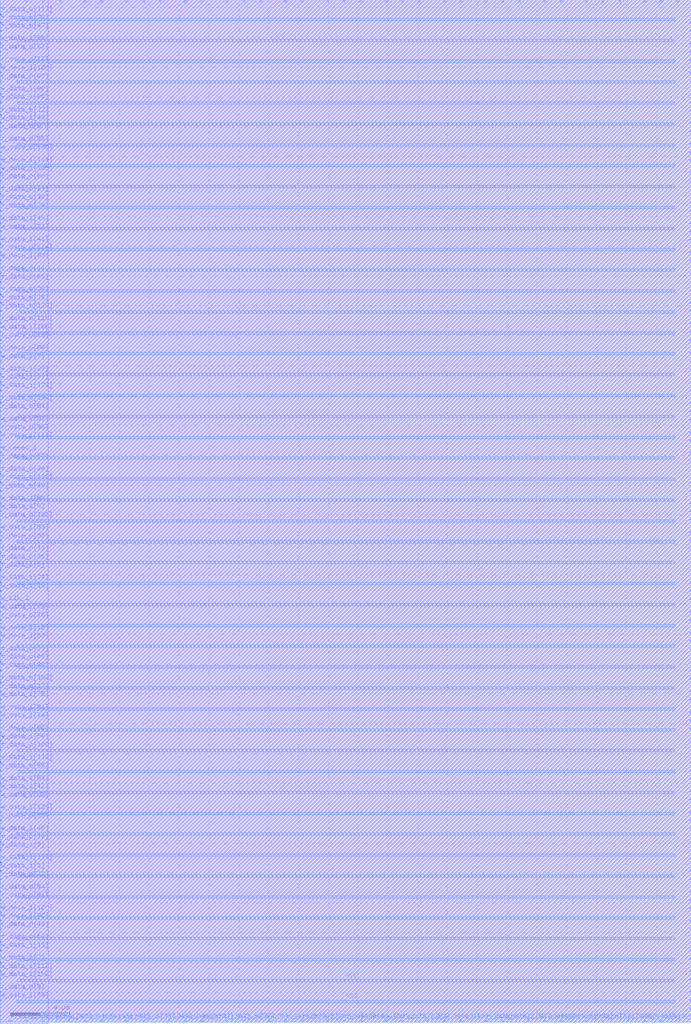
<source format=lef>
VERSION 5.8 ;
BUSBITCHARS "[]" ;
DIVIDERCHAR "/" ;
UNITS
    DATABASE MICRONS 2000 ;
END UNITS

MACRO bsg_mem_p131
  FOREIGN bsg_mem_p131 0 0 ;
  CLASS BLOCK ;
  SIZE 46.34 BY 68.51 ;
  PIN VSS
    USE GROUND ;
    DIRECTION INOUT ;
    PORT
      LAYER metal4 ;
        RECT  1.14 65.715 45.22 65.885 ;
        RECT  1.14 62.915 45.22 63.085 ;
        RECT  1.14 60.115 45.22 60.285 ;
        RECT  1.14 57.315 45.22 57.485 ;
        RECT  1.14 54.515 45.22 54.685 ;
        RECT  1.14 51.715 45.22 51.885 ;
        RECT  1.14 48.915 45.22 49.085 ;
        RECT  1.14 46.115 45.22 46.285 ;
        RECT  1.14 43.315 45.22 43.485 ;
        RECT  1.14 40.515 45.22 40.685 ;
        RECT  1.14 37.715 45.22 37.885 ;
        RECT  1.14 34.915 45.22 35.085 ;
        RECT  1.14 32.115 45.22 32.285 ;
        RECT  1.14 29.315 45.22 29.485 ;
        RECT  1.14 26.515 45.22 26.685 ;
        RECT  1.14 23.715 45.22 23.885 ;
        RECT  1.14 20.915 45.22 21.085 ;
        RECT  1.14 18.115 45.22 18.285 ;
        RECT  1.14 15.315 45.22 15.485 ;
        RECT  1.14 12.515 45.22 12.685 ;
        RECT  1.14 9.715 45.22 9.885 ;
        RECT  1.14 6.915 45.22 7.085 ;
        RECT  1.14 4.115 45.22 4.285 ;
        RECT  1.14 1.315 45.22 1.485 ;
    END
  END VSS
  PIN VDD
    USE POWER ;
    DIRECTION INOUT ;
    PORT
      LAYER metal4 ;
        RECT  1.14 67.115 45.22 67.285 ;
        RECT  1.14 64.315 45.22 64.485 ;
        RECT  1.14 61.515 45.22 61.685 ;
        RECT  1.14 58.715 45.22 58.885 ;
        RECT  1.14 55.915 45.22 56.085 ;
        RECT  1.14 53.115 45.22 53.285 ;
        RECT  1.14 50.315 45.22 50.485 ;
        RECT  1.14 47.515 45.22 47.685 ;
        RECT  1.14 44.715 45.22 44.885 ;
        RECT  1.14 41.915 45.22 42.085 ;
        RECT  1.14 39.115 45.22 39.285 ;
        RECT  1.14 36.315 45.22 36.485 ;
        RECT  1.14 33.515 45.22 33.685 ;
        RECT  1.14 30.715 45.22 30.885 ;
        RECT  1.14 27.915 45.22 28.085 ;
        RECT  1.14 25.115 45.22 25.285 ;
        RECT  1.14 22.315 45.22 22.485 ;
        RECT  1.14 19.515 45.22 19.685 ;
        RECT  1.14 16.715 45.22 16.885 ;
        RECT  1.14 13.915 45.22 14.085 ;
        RECT  1.14 11.115 45.22 11.285 ;
        RECT  1.14 8.315 45.22 8.485 ;
        RECT  1.14 5.515 45.22 5.685 ;
        RECT  1.14 2.715 45.22 2.885 ;
    END
  END VDD
  PIN r_addr_i
    DIRECTION INPUT ;
    USE SIGNAL ;
    PORT
      LAYER metal4 ;
        RECT  21.865 68.37 22.005 68.51 ;
    END
  END r_addr_i
  PIN r_data_o[0]
    DIRECTION OUTPUT ;
    USE SIGNAL ;
    PORT
      LAYER metal3 ;
        RECT  46.27 66.395 46.34 66.465 ;
    END
  END r_data_o[0]
  PIN r_data_o[100]
    DIRECTION OUTPUT ;
    USE SIGNAL ;
    PORT
      LAYER metal3 ;
        RECT  0 18.235 0.07 18.305 ;
    END
  END r_data_o[100]
  PIN r_data_o[101]
    DIRECTION OUTPUT ;
    USE SIGNAL ;
    PORT
      LAYER metal3 ;
        RECT  46.27 49.035 46.34 49.105 ;
    END
  END r_data_o[101]
  PIN r_data_o[102]
    DIRECTION OUTPUT ;
    USE SIGNAL ;
    PORT
      LAYER metal3 ;
        RECT  0 33.635 0.07 33.705 ;
    END
  END r_data_o[102]
  PIN r_data_o[103]
    DIRECTION OUTPUT ;
    USE SIGNAL ;
    PORT
      LAYER metal3 ;
        RECT  46.27 12.915 46.34 12.985 ;
    END
  END r_data_o[103]
  PIN r_data_o[104]
    DIRECTION OUTPUT ;
    USE SIGNAL ;
    PORT
      LAYER metal4 ;
        RECT  22.985 0 23.125 0.14 ;
    END
  END r_data_o[104]
  PIN r_data_o[105]
    DIRECTION OUTPUT ;
    USE SIGNAL ;
    PORT
      LAYER metal4 ;
        RECT  20.185 0 20.325 0.14 ;
    END
  END r_data_o[105]
  PIN r_data_o[106]
    DIRECTION OUTPUT ;
    USE SIGNAL ;
    PORT
      LAYER metal3 ;
        RECT  46.27 31.675 46.34 31.745 ;
    END
  END r_data_o[106]
  PIN r_data_o[107]
    DIRECTION OUTPUT ;
    USE SIGNAL ;
    PORT
      LAYER metal4 ;
        RECT  28.025 68.37 28.165 68.51 ;
    END
  END r_data_o[107]
  PIN r_data_o[108]
    DIRECTION OUTPUT ;
    USE SIGNAL ;
    PORT
      LAYER metal3 ;
        RECT  0 22.715 0.07 22.785 ;
    END
  END r_data_o[108]
  PIN r_data_o[109]
    DIRECTION OUTPUT ;
    USE SIGNAL ;
    PORT
      LAYER metal3 ;
        RECT  0 41.475 0.07 41.545 ;
    END
  END r_data_o[109]
  PIN r_data_o[10]
    DIRECTION OUTPUT ;
    USE SIGNAL ;
    PORT
      LAYER metal3 ;
        RECT  46.27 63.035 46.34 63.105 ;
    END
  END r_data_o[10]
  PIN r_data_o[110]
    DIRECTION OUTPUT ;
    USE SIGNAL ;
    PORT
      LAYER metal3 ;
        RECT  0 46.795 0.07 46.865 ;
    END
  END r_data_o[110]
  PIN r_data_o[111]
    DIRECTION OUTPUT ;
    USE SIGNAL ;
    PORT
      LAYER metal3 ;
        RECT  46.27 42.315 46.34 42.385 ;
    END
  END r_data_o[111]
  PIN r_data_o[112]
    DIRECTION OUTPUT ;
    USE SIGNAL ;
    PORT
      LAYER metal3 ;
        RECT  46.27 38.955 46.34 39.025 ;
    END
  END r_data_o[112]
  PIN r_data_o[113]
    DIRECTION OUTPUT ;
    USE SIGNAL ;
    PORT
      LAYER metal3 ;
        RECT  46.27 60.235 46.34 60.305 ;
    END
  END r_data_o[113]
  PIN r_data_o[114]
    DIRECTION OUTPUT ;
    USE SIGNAL ;
    PORT
      LAYER metal3 ;
        RECT  0 51.555 0.07 51.625 ;
    END
  END r_data_o[114]
  PIN r_data_o[115]
    DIRECTION OUTPUT ;
    USE SIGNAL ;
    PORT
      LAYER metal3 ;
        RECT  0 36.155 0.07 36.225 ;
    END
  END r_data_o[115]
  PIN r_data_o[116]
    DIRECTION OUTPUT ;
    USE SIGNAL ;
    PORT
      LAYER metal3 ;
        RECT  46.27 29.435 46.34 29.505 ;
    END
  END r_data_o[116]
  PIN r_data_o[117]
    DIRECTION OUTPUT ;
    USE SIGNAL ;
    PORT
      LAYER metal3 ;
        RECT  0 67.515 0.07 67.585 ;
    END
  END r_data_o[117]
  PIN r_data_o[118]
    DIRECTION OUTPUT ;
    USE SIGNAL ;
    PORT
      LAYER metal3 ;
        RECT  46.27 22.995 46.34 23.065 ;
    END
  END r_data_o[118]
  PIN r_data_o[119]
    DIRECTION OUTPUT ;
    USE SIGNAL ;
    PORT
      LAYER metal4 ;
        RECT  34.745 68.37 34.885 68.51 ;
    END
  END r_data_o[119]
  PIN r_data_o[11]
    DIRECTION OUTPUT ;
    USE SIGNAL ;
    PORT
      LAYER metal3 ;
        RECT  0 31.395 0.07 31.465 ;
    END
  END r_data_o[11]
  PIN r_data_o[120]
    DIRECTION OUTPUT ;
    USE SIGNAL ;
    PORT
      LAYER metal3 ;
        RECT  46.27 16.835 46.34 16.905 ;
    END
  END r_data_o[120]
  PIN r_data_o[121]
    DIRECTION OUTPUT ;
    USE SIGNAL ;
    PORT
      LAYER metal4 ;
        RECT  30.825 0 30.965 0.14 ;
    END
  END r_data_o[121]
  PIN r_data_o[122]
    DIRECTION OUTPUT ;
    USE SIGNAL ;
    PORT
      LAYER metal3 ;
        RECT  46.27 10.955 46.34 11.025 ;
    END
  END r_data_o[122]
  PIN r_data_o[123]
    DIRECTION OUTPUT ;
    USE SIGNAL ;
    PORT
      LAYER metal3 ;
        RECT  46.27 14.875 46.34 14.945 ;
    END
  END r_data_o[123]
  PIN r_data_o[124]
    DIRECTION OUTPUT ;
    USE SIGNAL ;
    PORT
      LAYER metal3 ;
        RECT  46.27 46.235 46.34 46.305 ;
    END
  END r_data_o[124]
  PIN r_data_o[125]
    DIRECTION OUTPUT ;
    USE SIGNAL ;
    PORT
      LAYER metal3 ;
        RECT  46.27 61.075 46.34 61.145 ;
    END
  END r_data_o[125]
  PIN r_data_o[126]
    DIRECTION OUTPUT ;
    USE SIGNAL ;
    PORT
      LAYER metal4 ;
        RECT  36.425 0 36.565 0.14 ;
    END
  END r_data_o[126]
  PIN r_data_o[127]
    DIRECTION OUTPUT ;
    USE SIGNAL ;
    PORT
      LAYER metal3 ;
        RECT  46.27 19.635 46.34 19.705 ;
    END
  END r_data_o[127]
  PIN r_data_o[128]
    DIRECTION OUTPUT ;
    USE SIGNAL ;
    PORT
      LAYER metal3 ;
        RECT  0 47.635 0.07 47.705 ;
    END
  END r_data_o[128]
  PIN r_data_o[129]
    DIRECTION OUTPUT ;
    USE SIGNAL ;
    PORT
      LAYER metal3 ;
        RECT  46.27 45.675 46.34 45.745 ;
    END
  END r_data_o[129]
  PIN r_data_o[12]
    DIRECTION OUTPUT ;
    USE SIGNAL ;
    PORT
      LAYER metal3 ;
        RECT  46.27 8.155 46.34 8.225 ;
    END
  END r_data_o[12]
  PIN r_data_o[130]
    DIRECTION OUTPUT ;
    USE SIGNAL ;
    PORT
      LAYER metal4 ;
        RECT  37.545 0 37.685 0.14 ;
    END
  END r_data_o[130]
  PIN r_data_o[13]
    DIRECTION OUTPUT ;
    USE SIGNAL ;
    PORT
      LAYER metal4 ;
        RECT  21.865 0 22.005 0.14 ;
    END
  END r_data_o[13]
  PIN r_data_o[14]
    DIRECTION OUTPUT ;
    USE SIGNAL ;
    PORT
      LAYER metal3 ;
        RECT  46.27 5.355 46.34 5.425 ;
    END
  END r_data_o[14]
  PIN r_data_o[15]
    DIRECTION OUTPUT ;
    USE SIGNAL ;
    PORT
      LAYER metal4 ;
        RECT  5.625 0 5.765 0.14 ;
    END
  END r_data_o[15]
  PIN r_data_o[16]
    DIRECTION OUTPUT ;
    USE SIGNAL ;
    PORT
      LAYER metal3 ;
        RECT  46.27 55.755 46.34 55.825 ;
    END
  END r_data_o[16]
  PIN r_data_o[17]
    DIRECTION OUTPUT ;
    USE SIGNAL ;
    PORT
      LAYER metal3 ;
        RECT  0 22.155 0.07 22.225 ;
    END
  END r_data_o[17]
  PIN r_data_o[18]
    DIRECTION OUTPUT ;
    USE SIGNAL ;
    PORT
      LAYER metal4 ;
        RECT  44.265 0 44.405 0.14 ;
    END
  END r_data_o[18]
  PIN r_data_o[19]
    DIRECTION OUTPUT ;
    USE SIGNAL ;
    PORT
      LAYER metal4 ;
        RECT  35.305 0 35.445 0.14 ;
    END
  END r_data_o[19]
  PIN r_data_o[1]
    DIRECTION OUTPUT ;
    USE SIGNAL ;
    PORT
      LAYER metal4 ;
        RECT  41.465 68.37 41.605 68.51 ;
    END
  END r_data_o[1]
  PIN r_data_o[20]
    DIRECTION OUTPUT ;
    USE SIGNAL ;
    PORT
      LAYER metal3 ;
        RECT  0 48.755 0.07 48.825 ;
    END
  END r_data_o[20]
  PIN r_data_o[21]
    DIRECTION OUTPUT ;
    USE SIGNAL ;
    PORT
      LAYER metal3 ;
        RECT  0 55.475 0.07 55.545 ;
    END
  END r_data_o[21]
  PIN r_data_o[22]
    DIRECTION OUTPUT ;
    USE SIGNAL ;
    PORT
      LAYER metal3 ;
        RECT  0 60.795 0.07 60.865 ;
    END
  END r_data_o[22]
  PIN r_data_o[23]
    DIRECTION OUTPUT ;
    USE SIGNAL ;
    PORT
      LAYER metal3 ;
        RECT  46.27 23.555 46.34 23.625 ;
    END
  END r_data_o[23]
  PIN r_data_o[24]
    DIRECTION OUTPUT ;
    USE SIGNAL ;
    PORT
      LAYER metal3 ;
        RECT  0 36.715 0.07 36.785 ;
    END
  END r_data_o[24]
  PIN r_data_o[25]
    DIRECTION OUTPUT ;
    USE SIGNAL ;
    PORT
      LAYER metal3 ;
        RECT  46.27 28.875 46.34 28.945 ;
    END
  END r_data_o[25]
  PIN r_data_o[26]
    DIRECTION OUTPUT ;
    USE SIGNAL ;
    PORT
      LAYER metal3 ;
        RECT  0 48.195 0.07 48.265 ;
    END
  END r_data_o[26]
  PIN r_data_o[27]
    DIRECTION OUTPUT ;
    USE SIGNAL ;
    PORT
      LAYER metal4 ;
        RECT  15.145 0 15.285 0.14 ;
    END
  END r_data_o[27]
  PIN r_data_o[28]
    DIRECTION OUTPUT ;
    USE SIGNAL ;
    PORT
      LAYER metal3 ;
        RECT  46.27 36.155 46.34 36.225 ;
    END
  END r_data_o[28]
  PIN r_data_o[29]
    DIRECTION OUTPUT ;
    USE SIGNAL ;
    PORT
      LAYER metal3 ;
        RECT  46.27 52.395 46.34 52.465 ;
    END
  END r_data_o[29]
  PIN r_data_o[2]
    DIRECTION OUTPUT ;
    USE SIGNAL ;
    PORT
      LAYER metal4 ;
        RECT  39.225 0 39.365 0.14 ;
    END
  END r_data_o[2]
  PIN r_data_o[30]
    DIRECTION OUTPUT ;
    USE SIGNAL ;
    PORT
      LAYER metal3 ;
        RECT  0 54.915 0.07 54.985 ;
    END
  END r_data_o[30]
  PIN r_data_o[31]
    DIRECTION OUTPUT ;
    USE SIGNAL ;
    PORT
      LAYER metal4 ;
        RECT  6.745 68.37 6.885 68.51 ;
    END
  END r_data_o[31]
  PIN r_data_o[32]
    DIRECTION OUTPUT ;
    USE SIGNAL ;
    PORT
      LAYER metal3 ;
        RECT  0 9.555 0.07 9.625 ;
    END
  END r_data_o[32]
  PIN r_data_o[33]
    DIRECTION OUTPUT ;
    USE SIGNAL ;
    PORT
      LAYER metal3 ;
        RECT  0 13.475 0.07 13.545 ;
    END
  END r_data_o[33]
  PIN r_data_o[34]
    DIRECTION OUTPUT ;
    USE SIGNAL ;
    PORT
      LAYER metal3 ;
        RECT  0 54.355 0.07 54.425 ;
    END
  END r_data_o[34]
  PIN r_data_o[35]
    DIRECTION OUTPUT ;
    USE SIGNAL ;
    PORT
      LAYER metal3 ;
        RECT  0 30.835 0.07 30.905 ;
    END
  END r_data_o[35]
  PIN r_data_o[36]
    DIRECTION OUTPUT ;
    USE SIGNAL ;
    PORT
      LAYER metal4 ;
        RECT  12.345 68.37 12.485 68.51 ;
    END
  END r_data_o[36]
  PIN r_data_o[37]
    DIRECTION OUTPUT ;
    USE SIGNAL ;
    PORT
      LAYER metal3 ;
        RECT  0 64.995 0.07 65.065 ;
    END
  END r_data_o[37]
  PIN r_data_o[38]
    DIRECTION OUTPUT ;
    USE SIGNAL ;
    PORT
      LAYER metal4 ;
        RECT  9.545 68.37 9.685 68.51 ;
    END
  END r_data_o[38]
  PIN r_data_o[39]
    DIRECTION OUTPUT ;
    USE SIGNAL ;
    PORT
      LAYER metal4 ;
        RECT  20.185 68.37 20.325 68.51 ;
    END
  END r_data_o[39]
  PIN r_data_o[3]
    DIRECTION OUTPUT ;
    USE SIGNAL ;
    PORT
      LAYER metal4 ;
        RECT  13.465 68.37 13.605 68.51 ;
    END
  END r_data_o[3]
  PIN r_data_o[40]
    DIRECTION OUTPUT ;
    USE SIGNAL ;
    PORT
      LAYER metal3 ;
        RECT  46.27 18.235 46.34 18.305 ;
    END
  END r_data_o[40]
  PIN r_data_o[41]
    DIRECTION OUTPUT ;
    USE SIGNAL ;
    PORT
      LAYER metal3 ;
        RECT  46.27 64.995 46.34 65.065 ;
    END
  END r_data_o[41]
  PIN r_data_o[42]
    DIRECTION OUTPUT ;
    USE SIGNAL ;
    PORT
      LAYER metal3 ;
        RECT  0 6.195 0.07 6.265 ;
    END
  END r_data_o[42]
  PIN r_data_o[43]
    DIRECTION OUTPUT ;
    USE SIGNAL ;
    PORT
      LAYER metal4 ;
        RECT  9.545 0 9.685 0.14 ;
    END
  END r_data_o[43]
  PIN r_data_o[44]
    DIRECTION OUTPUT ;
    USE SIGNAL ;
    PORT
      LAYER metal3 ;
        RECT  46.27 26.915 46.34 26.985 ;
    END
  END r_data_o[44]
  PIN r_data_o[45]
    DIRECTION OUTPUT ;
    USE SIGNAL ;
    PORT
      LAYER metal3 ;
        RECT  0 24.115 0.07 24.185 ;
    END
  END r_data_o[45]
  PIN r_data_o[46]
    DIRECTION OUTPUT ;
    USE SIGNAL ;
    PORT
      LAYER metal3 ;
        RECT  46.27 53.515 46.34 53.585 ;
    END
  END r_data_o[46]
  PIN r_data_o[47]
    DIRECTION OUTPUT ;
    USE SIGNAL ;
    PORT
      LAYER metal3 ;
        RECT  0 66.395 0.07 66.465 ;
    END
  END r_data_o[47]
  PIN r_data_o[48]
    DIRECTION OUTPUT ;
    USE SIGNAL ;
    PORT
      LAYER metal3 ;
        RECT  46.27 13.475 46.34 13.545 ;
    END
  END r_data_o[48]
  PIN r_data_o[49]
    DIRECTION OUTPUT ;
    USE SIGNAL ;
    PORT
      LAYER metal3 ;
        RECT  0 35.595 0.07 35.665 ;
    END
  END r_data_o[49]
  PIN r_data_o[4]
    DIRECTION OUTPUT ;
    USE SIGNAL ;
    PORT
      LAYER metal3 ;
        RECT  0 50.155 0.07 50.225 ;
    END
  END r_data_o[4]
  PIN r_data_o[50]
    DIRECTION OUTPUT ;
    USE SIGNAL ;
    PORT
      LAYER metal3 ;
        RECT  46.27 3.395 46.34 3.465 ;
    END
  END r_data_o[50]
  PIN r_data_o[51]
    DIRECTION OUTPUT ;
    USE SIGNAL ;
    PORT
      LAYER metal4 ;
        RECT  26.905 0 27.045 0.14 ;
    END
  END r_data_o[51]
  PIN r_data_o[52]
    DIRECTION OUTPUT ;
    USE SIGNAL ;
    PORT
      LAYER metal3 ;
        RECT  46.27 34.755 46.34 34.825 ;
    END
  END r_data_o[52]
  PIN r_data_o[53]
    DIRECTION OUTPUT ;
    USE SIGNAL ;
    PORT
      LAYER metal4 ;
        RECT  44.265 68.37 44.405 68.51 ;
    END
  END r_data_o[53]
  PIN r_data_o[54]
    DIRECTION OUTPUT ;
    USE SIGNAL ;
    PORT
      LAYER metal3 ;
        RECT  0 40.915 0.07 40.985 ;
    END
  END r_data_o[54]
  PIN r_data_o[55]
    DIRECTION OUTPUT ;
    USE SIGNAL ;
    PORT
      LAYER metal3 ;
        RECT  0 16.835 0.07 16.905 ;
    END
  END r_data_o[55]
  PIN r_data_o[56]
    DIRECTION OUTPUT ;
    USE SIGNAL ;
    PORT
      LAYER metal3 ;
        RECT  46.27 20.195 46.34 20.265 ;
    END
  END r_data_o[56]
  PIN r_data_o[57]
    DIRECTION OUTPUT ;
    USE SIGNAL ;
    PORT
      LAYER metal3 ;
        RECT  0 37.555 0.07 37.625 ;
    END
  END r_data_o[57]
  PIN r_data_o[58]
    DIRECTION OUTPUT ;
    USE SIGNAL ;
    PORT
      LAYER metal3 ;
        RECT  46.27 18.795 46.34 18.865 ;
    END
  END r_data_o[58]
  PIN r_data_o[59]
    DIRECTION OUTPUT ;
    USE SIGNAL ;
    PORT
      LAYER metal3 ;
        RECT  46.27 56.875 46.34 56.945 ;
    END
  END r_data_o[59]
  PIN r_data_o[5]
    DIRECTION OUTPUT ;
    USE SIGNAL ;
    PORT
      LAYER metal3 ;
        RECT  0 30.275 0.07 30.345 ;
    END
  END r_data_o[5]
  PIN r_data_o[60]
    DIRECTION OUTPUT ;
    USE SIGNAL ;
    PORT
      LAYER metal3 ;
        RECT  46.27 46.795 46.34 46.865 ;
    END
  END r_data_o[60]
  PIN r_data_o[61]
    DIRECTION OUTPUT ;
    USE SIGNAL ;
    PORT
      LAYER metal3 ;
        RECT  46.27 6.195 46.34 6.265 ;
    END
  END r_data_o[61]
  PIN r_data_o[62]
    DIRECTION OUTPUT ;
    USE SIGNAL ;
    PORT
      LAYER metal3 ;
        RECT  0 5.355 0.07 5.425 ;
    END
  END r_data_o[62]
  PIN r_data_o[63]
    DIRECTION OUTPUT ;
    USE SIGNAL ;
    PORT
      LAYER metal3 ;
        RECT  0 32.235 0.07 32.305 ;
    END
  END r_data_o[63]
  PIN r_data_o[64]
    DIRECTION OUTPUT ;
    USE SIGNAL ;
    PORT
      LAYER metal4 ;
        RECT  26.905 68.37 27.045 68.51 ;
    END
  END r_data_o[64]
  PIN r_data_o[65]
    DIRECTION OUTPUT ;
    USE SIGNAL ;
    PORT
      LAYER metal3 ;
        RECT  0 49.595 0.07 49.665 ;
    END
  END r_data_o[65]
  PIN r_data_o[66]
    DIRECTION OUTPUT ;
    USE SIGNAL ;
    PORT
      LAYER metal3 ;
        RECT  46.27 15.435 46.34 15.505 ;
    END
  END r_data_o[66]
  PIN r_data_o[67]
    DIRECTION OUTPUT ;
    USE SIGNAL ;
    PORT
      LAYER metal3 ;
        RECT  0 59.675 0.07 59.745 ;
    END
  END r_data_o[67]
  PIN r_data_o[68]
    DIRECTION OUTPUT ;
    USE SIGNAL ;
    PORT
      LAYER metal4 ;
        RECT  1.705 68.37 1.845 68.51 ;
    END
  END r_data_o[68]
  PIN r_data_o[69]
    DIRECTION OUTPUT ;
    USE SIGNAL ;
    PORT
      LAYER metal3 ;
        RECT  46.27 50.155 46.34 50.225 ;
    END
  END r_data_o[69]
  PIN r_data_o[6]
    DIRECTION OUTPUT ;
    USE SIGNAL ;
    PORT
      LAYER metal3 ;
        RECT  46.27 48.195 46.34 48.265 ;
    END
  END r_data_o[6]
  PIN r_data_o[70]
    DIRECTION OUTPUT ;
    USE SIGNAL ;
    PORT
      LAYER metal3 ;
        RECT  0 66.955 0.07 67.025 ;
    END
  END r_data_o[70]
  PIN r_data_o[71]
    DIRECTION OUTPUT ;
    USE SIGNAL ;
    PORT
      LAYER metal4 ;
        RECT  2.825 68.37 2.965 68.51 ;
    END
  END r_data_o[71]
  PIN r_data_o[72]
    DIRECTION OUTPUT ;
    USE SIGNAL ;
    PORT
      LAYER metal3 ;
        RECT  0 12.075 0.07 12.145 ;
    END
  END r_data_o[72]
  PIN r_data_o[73]
    DIRECTION OUTPUT ;
    USE SIGNAL ;
    PORT
      LAYER metal3 ;
        RECT  0 45.675 0.07 45.745 ;
    END
  END r_data_o[73]
  PIN r_data_o[74]
    DIRECTION OUTPUT ;
    USE SIGNAL ;
    PORT
      LAYER metal3 ;
        RECT  46.27 0.875 46.34 0.945 ;
    END
  END r_data_o[74]
  PIN r_data_o[75]
    DIRECTION OUTPUT ;
    USE SIGNAL ;
    PORT
      LAYER metal3 ;
        RECT  46.27 9.555 46.34 9.625 ;
    END
  END r_data_o[75]
  PIN r_data_o[76]
    DIRECTION OUTPUT ;
    USE SIGNAL ;
    PORT
      LAYER metal3 ;
        RECT  0 26.915 0.07 26.985 ;
    END
  END r_data_o[76]
  PIN r_data_o[77]
    DIRECTION OUTPUT ;
    USE SIGNAL ;
    PORT
      LAYER metal3 ;
        RECT  0 64.155 0.07 64.225 ;
    END
  END r_data_o[77]
  PIN r_data_o[78]
    DIRECTION OUTPUT ;
    USE SIGNAL ;
    PORT
      LAYER metal3 ;
        RECT  46.27 40.355 46.34 40.425 ;
    END
  END r_data_o[78]
  PIN r_data_o[79]
    DIRECTION OUTPUT ;
    USE SIGNAL ;
    PORT
      LAYER metal3 ;
        RECT  46.27 58.835 46.34 58.905 ;
    END
  END r_data_o[79]
  PIN r_data_o[7]
    DIRECTION OUTPUT ;
    USE SIGNAL ;
    PORT
      LAYER metal4 ;
        RECT  16.265 0 16.405 0.14 ;
    END
  END r_data_o[7]
  PIN r_data_o[80]
    DIRECTION OUTPUT ;
    USE SIGNAL ;
    PORT
      LAYER metal3 ;
        RECT  46.27 26.075 46.34 26.145 ;
    END
  END r_data_o[80]
  PIN r_data_o[81]
    DIRECTION OUTPUT ;
    USE SIGNAL ;
    PORT
      LAYER metal3 ;
        RECT  0 8.155 0.07 8.225 ;
    END
  END r_data_o[81]
  PIN r_data_o[82]
    DIRECTION OUTPUT ;
    USE SIGNAL ;
    PORT
      LAYER metal3 ;
        RECT  46.27 47.635 46.34 47.705 ;
    END
  END r_data_o[82]
  PIN r_data_o[83]
    DIRECTION OUTPUT ;
    USE SIGNAL ;
    PORT
      LAYER metal4 ;
        RECT  11.225 0 11.365 0.14 ;
    END
  END r_data_o[83]
  PIN r_data_o[84]
    DIRECTION OUTPUT ;
    USE SIGNAL ;
    PORT
      LAYER metal3 ;
        RECT  46.27 24.115 46.34 24.185 ;
    END
  END r_data_o[84]
  PIN r_data_o[85]
    DIRECTION OUTPUT ;
    USE SIGNAL ;
    PORT
      LAYER metal3 ;
        RECT  46.27 37.555 46.34 37.625 ;
    END
  END r_data_o[85]
  PIN r_data_o[86]
    DIRECTION OUTPUT ;
    USE SIGNAL ;
    PORT
      LAYER metal3 ;
        RECT  0 56.315 0.07 56.385 ;
    END
  END r_data_o[86]
  PIN r_data_o[87]
    DIRECTION OUTPUT ;
    USE SIGNAL ;
    PORT
      LAYER metal3 ;
        RECT  46.27 35.595 46.34 35.665 ;
    END
  END r_data_o[87]
  PIN r_data_o[88]
    DIRECTION OUTPUT ;
    USE SIGNAL ;
    PORT
      LAYER metal3 ;
        RECT  0 23.555 0.07 23.625 ;
    END
  END r_data_o[88]
  PIN r_data_o[89]
    DIRECTION OUTPUT ;
    USE SIGNAL ;
    PORT
      LAYER metal4 ;
        RECT  40.345 68.37 40.485 68.51 ;
    END
  END r_data_o[89]
  PIN r_data_o[8]
    DIRECTION OUTPUT ;
    USE SIGNAL ;
    PORT
      LAYER metal4 ;
        RECT  32.505 0 32.645 0.14 ;
    END
  END r_data_o[8]
  PIN r_data_o[90]
    DIRECTION OUTPUT ;
    USE SIGNAL ;
    PORT
      LAYER metal3 ;
        RECT  46.27 44.275 46.34 44.345 ;
    END
  END r_data_o[90]
  PIN r_data_o[91]
    DIRECTION OUTPUT ;
    USE SIGNAL ;
    PORT
      LAYER metal3 ;
        RECT  0 24.675 0.07 24.745 ;
    END
  END r_data_o[91]
  PIN r_data_o[92]
    DIRECTION OUTPUT ;
    USE SIGNAL ;
    PORT
      LAYER metal3 ;
        RECT  0 19.355 0.07 19.425 ;
    END
  END r_data_o[92]
  PIN r_data_o[93]
    DIRECTION OUTPUT ;
    USE SIGNAL ;
    PORT
      LAYER metal3 ;
        RECT  46.27 1.995 46.34 2.065 ;
    END
  END r_data_o[93]
  PIN r_data_o[94]
    DIRECTION OUTPUT ;
    USE SIGNAL ;
    PORT
      LAYER metal3 ;
        RECT  0 8.715 0.07 8.785 ;
    END
  END r_data_o[94]
  PIN r_data_o[95]
    DIRECTION OUTPUT ;
    USE SIGNAL ;
    PORT
      LAYER metal4 ;
        RECT  36.425 68.37 36.565 68.51 ;
    END
  END r_data_o[95]
  PIN r_data_o[96]
    DIRECTION OUTPUT ;
    USE SIGNAL ;
    PORT
      LAYER metal3 ;
        RECT  0 39.515 0.07 39.585 ;
    END
  END r_data_o[96]
  PIN r_data_o[97]
    DIRECTION OUTPUT ;
    USE SIGNAL ;
    PORT
      LAYER metal3 ;
        RECT  0 63.035 0.07 63.105 ;
    END
  END r_data_o[97]
  PIN r_data_o[98]
    DIRECTION OUTPUT ;
    USE SIGNAL ;
    PORT
      LAYER metal3 ;
        RECT  0 58.835 0.07 58.905 ;
    END
  END r_data_o[98]
  PIN r_data_o[99]
    DIRECTION OUTPUT ;
    USE SIGNAL ;
    PORT
      LAYER metal3 ;
        RECT  0 44.835 0.07 44.905 ;
    END
  END r_data_o[99]
  PIN r_data_o[9]
    DIRECTION OUTPUT ;
    USE SIGNAL ;
    PORT
      LAYER metal3 ;
        RECT  0 1.995 0.07 2.065 ;
    END
  END r_data_o[9]
  PIN r_v_i
    DIRECTION INPUT ;
    USE SIGNAL ;
    PORT
      LAYER metal4 ;
        RECT  28.585 0 28.725 0.14 ;
    END
  END r_v_i
  PIN w_addr_i
    DIRECTION INPUT ;
    USE SIGNAL ;
    PORT
      LAYER metal3 ;
        RECT  46.27 49.595 46.34 49.665 ;
    END
  END w_addr_i
  PIN w_clk_i
    DIRECTION INPUT ;
    USE SIGNAL ;
    PORT
      LAYER metal3 ;
        RECT  0 28.035 0.07 28.105 ;
    END
  END w_clk_i
  PIN w_data_i[0]
    DIRECTION INPUT ;
    USE SIGNAL ;
    PORT
      LAYER metal3 ;
        RECT  0 34.195 0.07 34.265 ;
    END
  END w_data_i[0]
  PIN w_data_i[100]
    DIRECTION INPUT ;
    USE SIGNAL ;
    PORT
      LAYER metal3 ;
        RECT  46.27 2.835 46.34 2.905 ;
    END
  END w_data_i[100]
  PIN w_data_i[101]
    DIRECTION INPUT ;
    USE SIGNAL ;
    PORT
      LAYER metal4 ;
        RECT  5.625 68.37 5.765 68.51 ;
    END
  END w_data_i[101]
  PIN w_data_i[102]
    DIRECTION INPUT ;
    USE SIGNAL ;
    PORT
      LAYER metal3 ;
        RECT  0 2.835 0.07 2.905 ;
    END
  END w_data_i[102]
  PIN w_data_i[103]
    DIRECTION INPUT ;
    USE SIGNAL ;
    PORT
      LAYER metal4 ;
        RECT  24.105 68.37 24.245 68.51 ;
    END
  END w_data_i[103]
  PIN w_data_i[104]
    DIRECTION INPUT ;
    USE SIGNAL ;
    PORT
      LAYER metal4 ;
        RECT  43.145 68.37 43.285 68.51 ;
    END
  END w_data_i[104]
  PIN w_data_i[105]
    DIRECTION INPUT ;
    USE SIGNAL ;
    PORT
      LAYER metal3 ;
        RECT  46.27 11.515 46.34 11.585 ;
    END
  END w_data_i[105]
  PIN w_data_i[106]
    DIRECTION INPUT ;
    USE SIGNAL ;
    PORT
      LAYER metal3 ;
        RECT  0 46.235 0.07 46.305 ;
    END
  END w_data_i[106]
  PIN w_data_i[107]
    DIRECTION INPUT ;
    USE SIGNAL ;
    PORT
      LAYER metal3 ;
        RECT  46.27 57.715 46.34 57.785 ;
    END
  END w_data_i[107]
  PIN w_data_i[108]
    DIRECTION INPUT ;
    USE SIGNAL ;
    PORT
      LAYER metal3 ;
        RECT  46.27 30.275 46.34 30.345 ;
    END
  END w_data_i[108]
  PIN w_data_i[109]
    DIRECTION INPUT ;
    USE SIGNAL ;
    PORT
      LAYER metal3 ;
        RECT  46.27 4.235 46.34 4.305 ;
    END
  END w_data_i[109]
  PIN w_data_i[10]
    DIRECTION INPUT ;
    USE SIGNAL ;
    PORT
      LAYER metal3 ;
        RECT  46.27 50.995 46.34 51.065 ;
    END
  END w_data_i[10]
  PIN w_data_i[110]
    DIRECTION INPUT ;
    USE SIGNAL ;
    PORT
      LAYER metal3 ;
        RECT  46.27 16.275 46.34 16.345 ;
    END
  END w_data_i[110]
  PIN w_data_i[111]
    DIRECTION INPUT ;
    USE SIGNAL ;
    PORT
      LAYER metal3 ;
        RECT  0 38.955 0.07 39.025 ;
    END
  END w_data_i[111]
  PIN w_data_i[112]
    DIRECTION INPUT ;
    USE SIGNAL ;
    PORT
      LAYER metal3 ;
        RECT  0 3.395 0.07 3.465 ;
    END
  END w_data_i[112]
  PIN w_data_i[113]
    DIRECTION INPUT ;
    USE SIGNAL ;
    PORT
      LAYER metal4 ;
        RECT  15.145 68.37 15.285 68.51 ;
    END
  END w_data_i[113]
  PIN w_data_i[114]
    DIRECTION INPUT ;
    USE SIGNAL ;
    PORT
      LAYER metal3 ;
        RECT  0 57.435 0.07 57.505 ;
    END
  END w_data_i[114]
  PIN w_data_i[115]
    DIRECTION INPUT ;
    USE SIGNAL ;
    PORT
      LAYER metal3 ;
        RECT  46.27 30.835 46.34 30.905 ;
    END
  END w_data_i[115]
  PIN w_data_i[116]
    DIRECTION INPUT ;
    USE SIGNAL ;
    PORT
      LAYER metal4 ;
        RECT  40.345 0 40.485 0.14 ;
    END
  END w_data_i[116]
  PIN w_data_i[117]
    DIRECTION INPUT ;
    USE SIGNAL ;
    PORT
      LAYER metal3 ;
        RECT  46.27 36.995 46.34 37.065 ;
    END
  END w_data_i[117]
  PIN w_data_i[118]
    DIRECTION INPUT ;
    USE SIGNAL ;
    PORT
      LAYER metal3 ;
        RECT  0 17.395 0.07 17.465 ;
    END
  END w_data_i[118]
  PIN w_data_i[119]
    DIRECTION INPUT ;
    USE SIGNAL ;
    PORT
      LAYER metal3 ;
        RECT  0 10.675 0.07 10.745 ;
    END
  END w_data_i[119]
  PIN w_data_i[11]
    DIRECTION INPUT ;
    USE SIGNAL ;
    PORT
      LAYER metal4 ;
        RECT  30.825 68.37 30.965 68.51 ;
    END
  END w_data_i[11]
  PIN w_data_i[120]
    DIRECTION INPUT ;
    USE SIGNAL ;
    PORT
      LAYER metal3 ;
        RECT  0 7.315 0.07 7.385 ;
    END
  END w_data_i[120]
  PIN w_data_i[121]
    DIRECTION INPUT ;
    USE SIGNAL ;
    PORT
      LAYER metal3 ;
        RECT  46.27 41.475 46.34 41.545 ;
    END
  END w_data_i[121]
  PIN w_data_i[122]
    DIRECTION INPUT ;
    USE SIGNAL ;
    PORT
      LAYER metal4 ;
        RECT  25.785 68.37 25.925 68.51 ;
    END
  END w_data_i[122]
  PIN w_data_i[123]
    DIRECTION INPUT ;
    USE SIGNAL ;
    PORT
      LAYER metal4 ;
        RECT  32.505 68.37 32.645 68.51 ;
    END
  END w_data_i[123]
  PIN w_data_i[124]
    DIRECTION INPUT ;
    USE SIGNAL ;
    PORT
      LAYER metal3 ;
        RECT  46.27 20.755 46.34 20.825 ;
    END
  END w_data_i[124]
  PIN w_data_i[125]
    DIRECTION INPUT ;
    USE SIGNAL ;
    PORT
      LAYER metal3 ;
        RECT  0 56.875 0.07 56.945 ;
    END
  END w_data_i[125]
  PIN w_data_i[126]
    DIRECTION INPUT ;
    USE SIGNAL ;
    PORT
      LAYER metal3 ;
        RECT  0 63.595 0.07 63.665 ;
    END
  END w_data_i[126]
  PIN w_data_i[127]
    DIRECTION INPUT ;
    USE SIGNAL ;
    PORT
      LAYER metal3 ;
        RECT  46.27 63.595 46.34 63.665 ;
    END
  END w_data_i[127]
  PIN w_data_i[128]
    DIRECTION INPUT ;
    USE SIGNAL ;
    PORT
      LAYER metal3 ;
        RECT  0 42.315 0.07 42.385 ;
    END
  END w_data_i[128]
  PIN w_data_i[129]
    DIRECTION INPUT ;
    USE SIGNAL ;
    PORT
      LAYER metal3 ;
        RECT  0 14.035 0.07 14.105 ;
    END
  END w_data_i[129]
  PIN w_data_i[12]
    DIRECTION INPUT ;
    USE SIGNAL ;
    PORT
      LAYER metal3 ;
        RECT  0 26.075 0.07 26.145 ;
    END
  END w_data_i[12]
  PIN w_data_i[130]
    DIRECTION INPUT ;
    USE SIGNAL ;
    PORT
      LAYER metal3 ;
        RECT  0 58.275 0.07 58.345 ;
    END
  END w_data_i[130]
  PIN w_data_i[13]
    DIRECTION INPUT ;
    USE SIGNAL ;
    PORT
      LAYER metal3 ;
        RECT  46.27 42.875 46.34 42.945 ;
    END
  END w_data_i[13]
  PIN w_data_i[14]
    DIRECTION INPUT ;
    USE SIGNAL ;
    PORT
      LAYER metal3 ;
        RECT  46.27 40.915 46.34 40.985 ;
    END
  END w_data_i[14]
  PIN w_data_i[15]
    DIRECTION INPUT ;
    USE SIGNAL ;
    PORT
      LAYER metal3 ;
        RECT  0 4.795 0.07 4.865 ;
    END
  END w_data_i[15]
  PIN w_data_i[16]
    DIRECTION INPUT ;
    USE SIGNAL ;
    PORT
      LAYER metal3 ;
        RECT  0 28.875 0.07 28.945 ;
    END
  END w_data_i[16]
  PIN w_data_i[17]
    DIRECTION INPUT ;
    USE SIGNAL ;
    PORT
      LAYER metal3 ;
        RECT  46.27 27.475 46.34 27.545 ;
    END
  END w_data_i[17]
  PIN w_data_i[18]
    DIRECTION INPUT ;
    USE SIGNAL ;
    PORT
      LAYER metal3 ;
        RECT  46.27 14.035 46.34 14.105 ;
    END
  END w_data_i[18]
  PIN w_data_i[19]
    DIRECTION INPUT ;
    USE SIGNAL ;
    PORT
      LAYER metal3 ;
        RECT  46.27 66.955 46.34 67.025 ;
    END
  END w_data_i[19]
  PIN w_data_i[1]
    DIRECTION INPUT ;
    USE SIGNAL ;
    PORT
      LAYER metal3 ;
        RECT  0 10.115 0.07 10.185 ;
    END
  END w_data_i[1]
  PIN w_data_i[20]
    DIRECTION INPUT ;
    USE SIGNAL ;
    PORT
      LAYER metal4 ;
        RECT  43.145 0 43.285 0.14 ;
    END
  END w_data_i[20]
  PIN w_data_i[21]
    DIRECTION INPUT ;
    USE SIGNAL ;
    PORT
      LAYER metal3 ;
        RECT  0 52.955 0.07 53.025 ;
    END
  END w_data_i[21]
  PIN w_data_i[22]
    DIRECTION INPUT ;
    USE SIGNAL ;
    PORT
      LAYER metal3 ;
        RECT  46.27 24.955 46.34 25.025 ;
    END
  END w_data_i[22]
  PIN w_data_i[23]
    DIRECTION INPUT ;
    USE SIGNAL ;
    PORT
      LAYER metal4 ;
        RECT  3.945 68.37 4.085 68.51 ;
    END
  END w_data_i[23]
  PIN w_data_i[24]
    DIRECTION INPUT ;
    USE SIGNAL ;
    PORT
      LAYER metal3 ;
        RECT  0 29.435 0.07 29.505 ;
    END
  END w_data_i[24]
  PIN w_data_i[25]
    DIRECTION INPUT ;
    USE SIGNAL ;
    PORT
      LAYER metal4 ;
        RECT  8.425 0 8.565 0.14 ;
    END
  END w_data_i[25]
  PIN w_data_i[26]
    DIRECTION INPUT ;
    USE SIGNAL ;
    PORT
      LAYER metal4 ;
        RECT  19.065 68.37 19.205 68.51 ;
    END
  END w_data_i[26]
  PIN w_data_i[27]
    DIRECTION INPUT ;
    USE SIGNAL ;
    PORT
      LAYER metal3 ;
        RECT  0 43.435 0.07 43.505 ;
    END
  END w_data_i[27]
  PIN w_data_i[28]
    DIRECTION INPUT ;
    USE SIGNAL ;
    PORT
      LAYER metal3 ;
        RECT  46.27 54.355 46.34 54.425 ;
    END
  END w_data_i[28]
  PIN w_data_i[29]
    DIRECTION INPUT ;
    USE SIGNAL ;
    PORT
      LAYER metal4 ;
        RECT  29.705 0 29.845 0.14 ;
    END
  END w_data_i[29]
  PIN w_data_i[2]
    DIRECTION INPUT ;
    USE SIGNAL ;
    PORT
      LAYER metal3 ;
        RECT  46.27 64.435 46.34 64.505 ;
    END
  END w_data_i[2]
  PIN w_data_i[30]
    DIRECTION INPUT ;
    USE SIGNAL ;
    PORT
      LAYER metal3 ;
        RECT  46.27 33.635 46.34 33.705 ;
    END
  END w_data_i[30]
  PIN w_data_i[31]
    DIRECTION INPUT ;
    USE SIGNAL ;
    PORT
      LAYER metal3 ;
        RECT  46.27 8.715 46.34 8.785 ;
    END
  END w_data_i[31]
  PIN w_data_i[32]
    DIRECTION INPUT ;
    USE SIGNAL ;
    PORT
      LAYER metal3 ;
        RECT  46.27 65.555 46.34 65.625 ;
    END
  END w_data_i[32]
  PIN w_data_i[33]
    DIRECTION INPUT ;
    USE SIGNAL ;
    PORT
      LAYER metal3 ;
        RECT  46.27 7.595 46.34 7.665 ;
    END
  END w_data_i[33]
  PIN w_data_i[34]
    DIRECTION INPUT ;
    USE SIGNAL ;
    PORT
      LAYER metal4 ;
        RECT  24.105 0 24.245 0.14 ;
    END
  END w_data_i[34]
  PIN w_data_i[35]
    DIRECTION INPUT ;
    USE SIGNAL ;
    PORT
      LAYER metal4 ;
        RECT  4.505 0 4.645 0.14 ;
    END
  END w_data_i[35]
  PIN w_data_i[36]
    DIRECTION INPUT ;
    USE SIGNAL ;
    PORT
      LAYER metal3 ;
        RECT  46.27 17.395 46.34 17.465 ;
    END
  END w_data_i[36]
  PIN w_data_i[37]
    DIRECTION INPUT ;
    USE SIGNAL ;
    PORT
      LAYER metal3 ;
        RECT  46.27 28.315 46.34 28.385 ;
    END
  END w_data_i[37]
  PIN w_data_i[38]
    DIRECTION INPUT ;
    USE SIGNAL ;
    PORT
      LAYER metal4 ;
        RECT  10.665 68.37 10.805 68.51 ;
    END
  END w_data_i[38]
  PIN w_data_i[39]
    DIRECTION INPUT ;
    USE SIGNAL ;
    PORT
      LAYER metal3 ;
        RECT  46.27 52.955 46.34 53.025 ;
    END
  END w_data_i[39]
  PIN w_data_i[3]
    DIRECTION INPUT ;
    USE SIGNAL ;
    PORT
      LAYER metal3 ;
        RECT  0 3.955 0.07 4.025 ;
    END
  END w_data_i[3]
  PIN w_data_i[40]
    DIRECTION INPUT ;
    USE SIGNAL ;
    PORT
      LAYER metal3 ;
        RECT  0 53.515 0.07 53.585 ;
    END
  END w_data_i[40]
  PIN w_data_i[41]
    DIRECTION INPUT ;
    USE SIGNAL ;
    PORT
      LAYER metal3 ;
        RECT  0 52.115 0.07 52.185 ;
    END
  END w_data_i[41]
  PIN w_data_i[42]
    DIRECTION INPUT ;
    USE SIGNAL ;
    PORT
      LAYER metal4 ;
        RECT  2.825 0 2.965 0.14 ;
    END
  END w_data_i[42]
  PIN w_data_i[43]
    DIRECTION INPUT ;
    USE SIGNAL ;
    PORT
      LAYER metal3 ;
        RECT  0 15.435 0.07 15.505 ;
    END
  END w_data_i[43]
  PIN w_data_i[44]
    DIRECTION INPUT ;
    USE SIGNAL ;
    PORT
      LAYER metal3 ;
        RECT  46.27 39.515 46.34 39.585 ;
    END
  END w_data_i[44]
  PIN w_data_i[45]
    DIRECTION INPUT ;
    USE SIGNAL ;
    PORT
      LAYER metal3 ;
        RECT  0 12.635 0.07 12.705 ;
    END
  END w_data_i[45]
  PIN w_data_i[46]
    DIRECTION INPUT ;
    USE SIGNAL ;
    PORT
      LAYER metal4 ;
        RECT  37.545 68.37 37.685 68.51 ;
    END
  END w_data_i[46]
  PIN w_data_i[47]
    DIRECTION INPUT ;
    USE SIGNAL ;
    PORT
      LAYER metal3 ;
        RECT  46.27 62.195 46.34 62.265 ;
    END
  END w_data_i[47]
  PIN w_data_i[48]
    DIRECTION INPUT ;
    USE SIGNAL ;
    PORT
      LAYER metal3 ;
        RECT  0 60.235 0.07 60.305 ;
    END
  END w_data_i[48]
  PIN w_data_i[49]
    DIRECTION INPUT ;
    USE SIGNAL ;
    PORT
      LAYER metal4 ;
        RECT  12.345 0 12.485 0.14 ;
    END
  END w_data_i[49]
  PIN w_data_i[4]
    DIRECTION INPUT ;
    USE SIGNAL ;
    PORT
      LAYER metal3 ;
        RECT  46.27 43.715 46.34 43.785 ;
    END
  END w_data_i[4]
  PIN w_data_i[50]
    DIRECTION INPUT ;
    USE SIGNAL ;
    PORT
      LAYER metal3 ;
        RECT  46.27 61.635 46.34 61.705 ;
    END
  END w_data_i[50]
  PIN w_data_i[51]
    DIRECTION INPUT ;
    USE SIGNAL ;
    PORT
      LAYER metal3 ;
        RECT  0 40.075 0.07 40.145 ;
    END
  END w_data_i[51]
  PIN w_data_i[52]
    DIRECTION INPUT ;
    USE SIGNAL ;
    PORT
      LAYER metal3 ;
        RECT  46.27 51.555 46.34 51.625 ;
    END
  END w_data_i[52]
  PIN w_data_i[53]
    DIRECTION INPUT ;
    USE SIGNAL ;
    PORT
      LAYER metal3 ;
        RECT  46.27 32.795 46.34 32.865 ;
    END
  END w_data_i[53]
  PIN w_data_i[54]
    DIRECTION INPUT ;
    USE SIGNAL ;
    PORT
      LAYER metal3 ;
        RECT  0 15.995 0.07 16.065 ;
    END
  END w_data_i[54]
  PIN w_data_i[55]
    DIRECTION INPUT ;
    USE SIGNAL ;
    PORT
      LAYER metal4 ;
        RECT  45.385 68.37 45.525 68.51 ;
    END
  END w_data_i[55]
  PIN w_data_i[56]
    DIRECTION INPUT ;
    USE SIGNAL ;
    PORT
      LAYER metal3 ;
        RECT  0 65.555 0.07 65.625 ;
    END
  END w_data_i[56]
  PIN w_data_i[57]
    DIRECTION INPUT ;
    USE SIGNAL ;
    PORT
      LAYER metal4 ;
        RECT  25.785 0 25.925 0.14 ;
    END
  END w_data_i[57]
  PIN w_data_i[58]
    DIRECTION INPUT ;
    USE SIGNAL ;
    PORT
      LAYER metal3 ;
        RECT  0 25.515 0.07 25.585 ;
    END
  END w_data_i[58]
  PIN w_data_i[59]
    DIRECTION INPUT ;
    USE SIGNAL ;
    PORT
      LAYER metal3 ;
        RECT  0 18.795 0.07 18.865 ;
    END
  END w_data_i[59]
  PIN w_data_i[5]
    DIRECTION INPUT ;
    USE SIGNAL ;
    PORT
      LAYER metal3 ;
        RECT  46.27 32.235 46.34 32.305 ;
    END
  END w_data_i[5]
  PIN w_data_i[60]
    DIRECTION INPUT ;
    USE SIGNAL ;
    PORT
      LAYER metal3 ;
        RECT  0 34.755 0.07 34.825 ;
    END
  END w_data_i[60]
  PIN w_data_i[61]
    DIRECTION INPUT ;
    USE SIGNAL ;
    PORT
      LAYER metal3 ;
        RECT  46.27 21.595 46.34 21.665 ;
    END
  END w_data_i[61]
  PIN w_data_i[62]
    DIRECTION INPUT ;
    USE SIGNAL ;
    PORT
      LAYER metal4 ;
        RECT  13.465 0 13.605 0.14 ;
    END
  END w_data_i[62]
  PIN w_data_i[63]
    DIRECTION INPUT ;
    USE SIGNAL ;
    PORT
      LAYER metal4 ;
        RECT  42.025 0 42.165 0.14 ;
    END
  END w_data_i[63]
  PIN w_data_i[64]
    DIRECTION INPUT ;
    USE SIGNAL ;
    PORT
      LAYER metal3 ;
        RECT  46.27 38.115 46.34 38.185 ;
    END
  END w_data_i[64]
  PIN w_data_i[65]
    DIRECTION INPUT ;
    USE SIGNAL ;
    PORT
      LAYER metal4 ;
        RECT  39.225 68.37 39.365 68.51 ;
    END
  END w_data_i[65]
  PIN w_data_i[66]
    DIRECTION INPUT ;
    USE SIGNAL ;
    PORT
      LAYER metal3 ;
        RECT  46.27 58.275 46.34 58.345 ;
    END
  END w_data_i[66]
  PIN w_data_i[67]
    DIRECTION INPUT ;
    USE SIGNAL ;
    PORT
      LAYER metal3 ;
        RECT  46.27 22.155 46.34 22.225 ;
    END
  END w_data_i[67]
  PIN w_data_i[68]
    DIRECTION INPUT ;
    USE SIGNAL ;
    PORT
      LAYER metal3 ;
        RECT  0 14.875 0.07 14.945 ;
    END
  END w_data_i[68]
  PIN w_data_i[69]
    DIRECTION INPUT ;
    USE SIGNAL ;
    PORT
      LAYER metal3 ;
        RECT  0 1.435 0.07 1.505 ;
    END
  END w_data_i[69]
  PIN w_data_i[6]
    DIRECTION INPUT ;
    USE SIGNAL ;
    PORT
      LAYER metal4 ;
        RECT  1.705 0 1.845 0.14 ;
    END
  END w_data_i[6]
  PIN w_data_i[70]
    DIRECTION INPUT ;
    USE SIGNAL ;
    PORT
      LAYER metal3 ;
        RECT  46.27 59.675 46.34 59.745 ;
    END
  END w_data_i[70]
  PIN w_data_i[71]
    DIRECTION INPUT ;
    USE SIGNAL ;
    PORT
      LAYER metal4 ;
        RECT  33.625 68.37 33.765 68.51 ;
    END
  END w_data_i[71]
  PIN w_data_i[72]
    DIRECTION INPUT ;
    USE SIGNAL ;
    PORT
      LAYER metal3 ;
        RECT  46.27 25.515 46.34 25.585 ;
    END
  END w_data_i[72]
  PIN w_data_i[73]
    DIRECTION INPUT ;
    USE SIGNAL ;
    PORT
      LAYER metal4 ;
        RECT  29.705 68.37 29.845 68.51 ;
    END
  END w_data_i[73]
  PIN w_data_i[74]
    DIRECTION INPUT ;
    USE SIGNAL ;
    PORT
      LAYER metal3 ;
        RECT  0 20.195 0.07 20.265 ;
    END
  END w_data_i[74]
  PIN w_data_i[75]
    DIRECTION INPUT ;
    USE SIGNAL ;
    PORT
      LAYER metal3 ;
        RECT  0 21.595 0.07 21.665 ;
    END
  END w_data_i[75]
  PIN w_data_i[76]
    DIRECTION INPUT ;
    USE SIGNAL ;
    PORT
      LAYER metal3 ;
        RECT  46.27 6.755 46.34 6.825 ;
    END
  END w_data_i[76]
  PIN w_data_i[77]
    DIRECTION INPUT ;
    USE SIGNAL ;
    PORT
      LAYER metal4 ;
        RECT  0.585 0 0.725 0.14 ;
    END
  END w_data_i[77]
  PIN w_data_i[78]
    DIRECTION INPUT ;
    USE SIGNAL ;
    PORT
      LAYER metal3 ;
        RECT  46.27 12.075 46.34 12.145 ;
    END
  END w_data_i[78]
  PIN w_data_i[79]
    DIRECTION INPUT ;
    USE SIGNAL ;
    PORT
      LAYER metal3 ;
        RECT  0 27.475 0.07 27.545 ;
    END
  END w_data_i[79]
  PIN w_data_i[7]
    DIRECTION INPUT ;
    USE SIGNAL ;
    PORT
      LAYER metal3 ;
        RECT  0 44.275 0.07 44.345 ;
    END
  END w_data_i[7]
  PIN w_data_i[80]
    DIRECTION INPUT ;
    USE SIGNAL ;
    PORT
      LAYER metal3 ;
        RECT  0 62.195 0.07 62.265 ;
    END
  END w_data_i[80]
  PIN w_data_i[81]
    DIRECTION INPUT ;
    USE SIGNAL ;
    PORT
      LAYER metal3 ;
        RECT  0 20.755 0.07 20.825 ;
    END
  END w_data_i[81]
  PIN w_data_i[82]
    DIRECTION INPUT ;
    USE SIGNAL ;
    PORT
      LAYER metal4 ;
        RECT  17.945 0 18.085 0.14 ;
    END
  END w_data_i[82]
  PIN w_data_i[83]
    DIRECTION INPUT ;
    USE SIGNAL ;
    PORT
      LAYER metal4 ;
        RECT  6.745 0 6.885 0.14 ;
    END
  END w_data_i[83]
  PIN w_data_i[84]
    DIRECTION INPUT ;
    USE SIGNAL ;
    PORT
      LAYER metal4 ;
        RECT  8.425 68.37 8.565 68.51 ;
    END
  END w_data_i[84]
  PIN w_data_i[85]
    DIRECTION INPUT ;
    USE SIGNAL ;
    PORT
      LAYER metal3 ;
        RECT  0 61.635 0.07 61.705 ;
    END
  END w_data_i[85]
  PIN w_data_i[86]
    DIRECTION INPUT ;
    USE SIGNAL ;
    PORT
      LAYER metal3 ;
        RECT  46.27 1.435 46.34 1.505 ;
    END
  END w_data_i[86]
  PIN w_data_i[87]
    DIRECTION INPUT ;
    USE SIGNAL ;
    PORT
      LAYER metal4 ;
        RECT  22.985 68.37 23.125 68.51 ;
    END
  END w_data_i[87]
  PIN w_data_i[88]
    DIRECTION INPUT ;
    USE SIGNAL ;
    PORT
      LAYER metal3 ;
        RECT  46.27 34.195 46.34 34.265 ;
    END
  END w_data_i[88]
  PIN w_data_i[89]
    DIRECTION INPUT ;
    USE SIGNAL ;
    PORT
      LAYER metal3 ;
        RECT  0 32.795 0.07 32.865 ;
    END
  END w_data_i[89]
  PIN w_data_i[8]
    DIRECTION INPUT ;
    USE SIGNAL ;
    PORT
      LAYER metal3 ;
        RECT  46.27 56.315 46.34 56.385 ;
    END
  END w_data_i[8]
  PIN w_data_i[90]
    DIRECTION INPUT ;
    USE SIGNAL ;
    PORT
      LAYER metal4 ;
        RECT  19.065 0 19.205 0.14 ;
    END
  END w_data_i[90]
  PIN w_data_i[91]
    DIRECTION INPUT ;
    USE SIGNAL ;
    PORT
      LAYER metal4 ;
        RECT  33.625 0 33.765 0.14 ;
    END
  END w_data_i[91]
  PIN w_data_i[92]
    DIRECTION INPUT ;
    USE SIGNAL ;
    PORT
      LAYER metal3 ;
        RECT  0 6.755 0.07 6.825 ;
    END
  END w_data_i[92]
  PIN w_data_i[93]
    DIRECTION INPUT ;
    USE SIGNAL ;
    PORT
      LAYER metal3 ;
        RECT  46.27 54.915 46.34 54.985 ;
    END
  END w_data_i[93]
  PIN w_data_i[94]
    DIRECTION INPUT ;
    USE SIGNAL ;
    PORT
      LAYER metal3 ;
        RECT  46.27 4.795 46.34 4.865 ;
    END
  END w_data_i[94]
  PIN w_data_i[95]
    DIRECTION INPUT ;
    USE SIGNAL ;
    PORT
      LAYER metal4 ;
        RECT  17.385 68.37 17.525 68.51 ;
    END
  END w_data_i[95]
  PIN w_data_i[96]
    DIRECTION INPUT ;
    USE SIGNAL ;
    PORT
      LAYER metal4 ;
        RECT  16.265 68.37 16.405 68.51 ;
    END
  END w_data_i[96]
  PIN w_data_i[97]
    DIRECTION INPUT ;
    USE SIGNAL ;
    PORT
      LAYER metal3 ;
        RECT  0 42.875 0.07 42.945 ;
    END
  END w_data_i[97]
  PIN w_data_i[98]
    DIRECTION INPUT ;
    USE SIGNAL ;
    PORT
      LAYER metal3 ;
        RECT  0 50.995 0.07 51.065 ;
    END
  END w_data_i[98]
  PIN w_data_i[99]
    DIRECTION INPUT ;
    USE SIGNAL ;
    PORT
      LAYER metal3 ;
        RECT  46.27 10.115 46.34 10.185 ;
    END
  END w_data_i[99]
  PIN w_data_i[9]
    DIRECTION INPUT ;
    USE SIGNAL ;
    PORT
      LAYER metal3 ;
        RECT  0 11.515 0.07 11.585 ;
    END
  END w_data_i[9]
  PIN w_reset_i
    DIRECTION INPUT ;
    USE SIGNAL ;
    PORT
      LAYER metal3 ;
        RECT  0 38.115 0.07 38.185 ;
    END
  END w_reset_i
  PIN w_v_i
    DIRECTION INPUT ;
    USE SIGNAL ;
    PORT
      LAYER metal3 ;
        RECT  46.27 44.835 46.34 44.905 ;
    END
  END w_v_i
  OBS
    LAYER metal1 ;
     RECT  0 -0.085 3.23 68.51 ;
     RECT  3.23 0 46.34 68.51 ;
    LAYER metal2 ;
     RECT  0 0 46.34 68.51 ;
    LAYER metal3 ;
     RECT  0 0 46.34 68.51 ;
    LAYER metal4 ;
     RECT  0 0 46.34 68.51 ;
  END
END bsg_mem_p131
END LIBRARY

</source>
